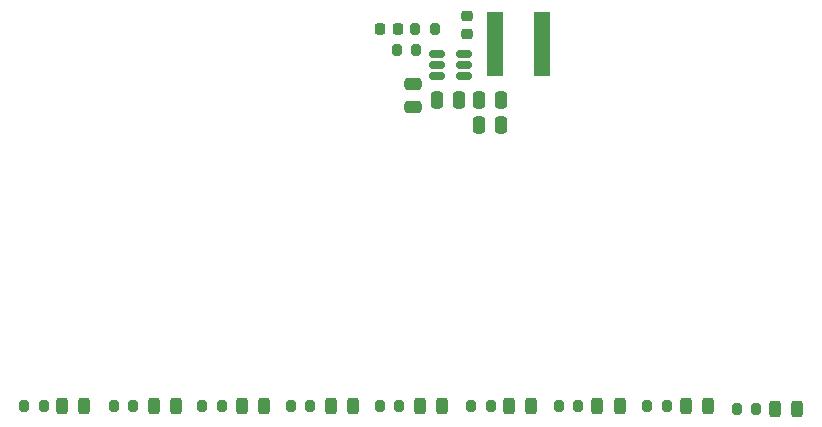
<source format=gbr>
%TF.GenerationSoftware,KiCad,Pcbnew,7.0.11-rc3*%
%TF.CreationDate,2025-03-16T23:27:26+08:00*%
%TF.ProjectId,fuse_box,66757365-5f62-46f7-982e-6b696361645f,rev?*%
%TF.SameCoordinates,Original*%
%TF.FileFunction,Paste,Top*%
%TF.FilePolarity,Positive*%
%FSLAX46Y46*%
G04 Gerber Fmt 4.6, Leading zero omitted, Abs format (unit mm)*
G04 Created by KiCad (PCBNEW 7.0.11-rc3) date 2025-03-16 23:27:26*
%MOMM*%
%LPD*%
G01*
G04 APERTURE LIST*
G04 Aperture macros list*
%AMRoundRect*
0 Rectangle with rounded corners*
0 $1 Rounding radius*
0 $2 $3 $4 $5 $6 $7 $8 $9 X,Y pos of 4 corners*
0 Add a 4 corners polygon primitive as box body*
4,1,4,$2,$3,$4,$5,$6,$7,$8,$9,$2,$3,0*
0 Add four circle primitives for the rounded corners*
1,1,$1+$1,$2,$3*
1,1,$1+$1,$4,$5*
1,1,$1+$1,$6,$7*
1,1,$1+$1,$8,$9*
0 Add four rect primitives between the rounded corners*
20,1,$1+$1,$2,$3,$4,$5,0*
20,1,$1+$1,$4,$5,$6,$7,0*
20,1,$1+$1,$6,$7,$8,$9,0*
20,1,$1+$1,$8,$9,$2,$3,0*%
G04 Aperture macros list end*
%ADD10RoundRect,0.243750X-0.243750X-0.456250X0.243750X-0.456250X0.243750X0.456250X-0.243750X0.456250X0*%
%ADD11RoundRect,0.200000X-0.200000X-0.275000X0.200000X-0.275000X0.200000X0.275000X-0.200000X0.275000X0*%
%ADD12RoundRect,0.250000X0.250000X0.475000X-0.250000X0.475000X-0.250000X-0.475000X0.250000X-0.475000X0*%
%ADD13R,1.430000X5.500000*%
%ADD14RoundRect,0.250000X-0.250000X-0.475000X0.250000X-0.475000X0.250000X0.475000X-0.250000X0.475000X0*%
%ADD15RoundRect,0.150000X-0.512500X-0.150000X0.512500X-0.150000X0.512500X0.150000X-0.512500X0.150000X0*%
%ADD16RoundRect,0.225000X-0.250000X0.225000X-0.250000X-0.225000X0.250000X-0.225000X0.250000X0.225000X0*%
%ADD17RoundRect,0.225000X-0.225000X-0.250000X0.225000X-0.250000X0.225000X0.250000X-0.225000X0.250000X0*%
%ADD18RoundRect,0.250000X-0.475000X0.250000X-0.475000X-0.250000X0.475000X-0.250000X0.475000X0.250000X0*%
G04 APERTURE END LIST*
D10*
%TO.C,D2*%
X123175000Y-77850000D03*
X125050000Y-77850000D03*
%TD*%
D11*
%TO.C,R9*%
X98675000Y-47750000D03*
X100325000Y-47750000D03*
%TD*%
%TO.C,R7*%
X82225000Y-77850000D03*
X83875000Y-77850000D03*
%TD*%
D12*
%TO.C,C5*%
X107550000Y-54100000D03*
X105650000Y-54100000D03*
%TD*%
D11*
%TO.C,R1*%
X127475000Y-78100000D03*
X129125000Y-78100000D03*
%TD*%
%TO.C,R11*%
X67150000Y-77850000D03*
X68800000Y-77850000D03*
%TD*%
D10*
%TO.C,D7*%
X85550000Y-77850000D03*
X87425000Y-77850000D03*
%TD*%
%TO.C,D8*%
X78112500Y-77850000D03*
X79987500Y-77850000D03*
%TD*%
D11*
%TO.C,R10*%
X100250000Y-46000000D03*
X101900000Y-46000000D03*
%TD*%
D13*
%TO.C,L1*%
X106980000Y-47200000D03*
X111020000Y-47200000D03*
%TD*%
D10*
%TO.C,D5*%
X100612500Y-77850000D03*
X102487500Y-77850000D03*
%TD*%
D14*
%TO.C,C1*%
X102050000Y-52000000D03*
X103950000Y-52000000D03*
%TD*%
D11*
%TO.C,R5*%
X97225000Y-77850000D03*
X98875000Y-77850000D03*
%TD*%
D10*
%TO.C,D1*%
X130675000Y-78100000D03*
X132550000Y-78100000D03*
%TD*%
D15*
%TO.C,U1*%
X102100000Y-48050000D03*
X102100000Y-49000000D03*
X102100000Y-49950000D03*
X104375000Y-49950000D03*
X104375000Y-49000000D03*
X104375000Y-48050000D03*
%TD*%
D11*
%TO.C,R8*%
X74725000Y-77850000D03*
X76375000Y-77850000D03*
%TD*%
D10*
%TO.C,D6*%
X93112500Y-77850000D03*
X94987500Y-77850000D03*
%TD*%
D11*
%TO.C,R3*%
X112400000Y-77850000D03*
X114050000Y-77850000D03*
%TD*%
%TO.C,R2*%
X119900000Y-77850000D03*
X121550000Y-77850000D03*
%TD*%
D12*
%TO.C,C4*%
X107550000Y-52000000D03*
X105650000Y-52000000D03*
%TD*%
D10*
%TO.C,D3*%
X115675000Y-77850000D03*
X117550000Y-77850000D03*
%TD*%
D11*
%TO.C,R6*%
X89725000Y-77850000D03*
X91375000Y-77850000D03*
%TD*%
D16*
%TO.C,C2*%
X104600000Y-44825000D03*
X104600000Y-46375000D03*
%TD*%
D10*
%TO.C,D4*%
X108175000Y-77850000D03*
X110050000Y-77850000D03*
%TD*%
D17*
%TO.C,C3*%
X97225000Y-46000000D03*
X98775000Y-46000000D03*
%TD*%
D11*
%TO.C,R4*%
X104975000Y-77850000D03*
X106625000Y-77850000D03*
%TD*%
D10*
%TO.C,D9*%
X70362500Y-77850000D03*
X72237500Y-77850000D03*
%TD*%
D18*
%TO.C,C6*%
X100100000Y-50650000D03*
X100100000Y-52550000D03*
%TD*%
M02*

</source>
